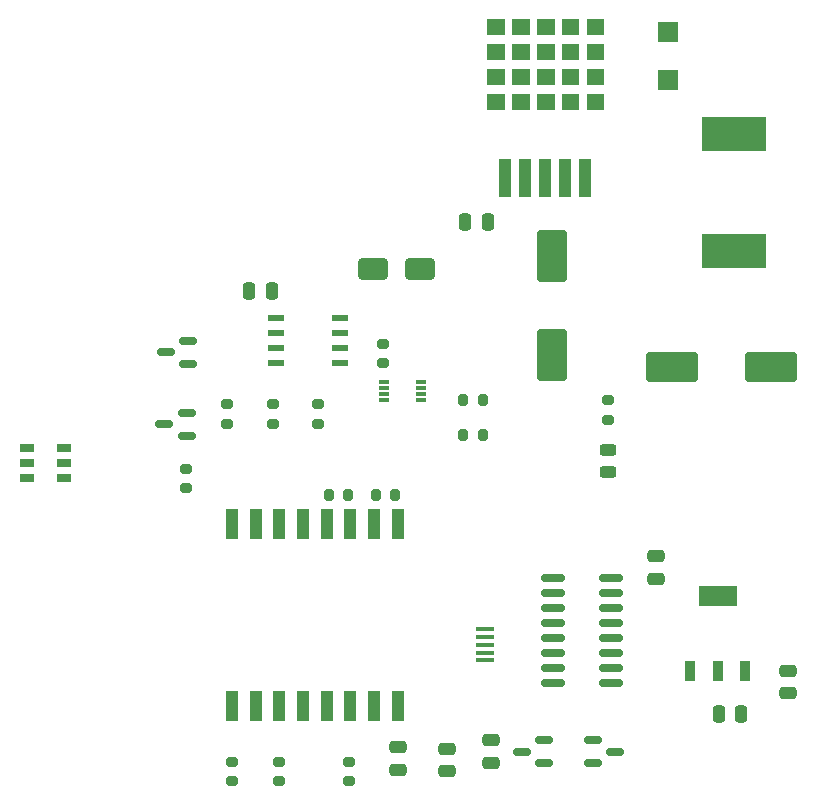
<source format=gbr>
%TF.GenerationSoftware,KiCad,Pcbnew,7.0.9*%
%TF.CreationDate,2023-11-24T07:46:00-06:00*%
%TF.ProjectId,TM13,544d3133-2e6b-4696-9361-645f70636258,rev?*%
%TF.SameCoordinates,Original*%
%TF.FileFunction,Paste,Top*%
%TF.FilePolarity,Positive*%
%FSLAX46Y46*%
G04 Gerber Fmt 4.6, Leading zero omitted, Abs format (unit mm)*
G04 Created by KiCad (PCBNEW 7.0.9) date 2023-11-24 07:46:00*
%MOMM*%
%LPD*%
G01*
G04 APERTURE LIST*
G04 Aperture macros list*
%AMRoundRect*
0 Rectangle with rounded corners*
0 $1 Rounding radius*
0 $2 $3 $4 $5 $6 $7 $8 $9 X,Y pos of 4 corners*
0 Add a 4 corners polygon primitive as box body*
4,1,4,$2,$3,$4,$5,$6,$7,$8,$9,$2,$3,0*
0 Add four circle primitives for the rounded corners*
1,1,$1+$1,$2,$3*
1,1,$1+$1,$4,$5*
1,1,$1+$1,$6,$7*
1,1,$1+$1,$8,$9*
0 Add four rect primitives between the rounded corners*
20,1,$1+$1,$2,$3,$4,$5,0*
20,1,$1+$1,$4,$5,$6,$7,0*
20,1,$1+$1,$6,$7,$8,$9,0*
20,1,$1+$1,$8,$9,$2,$3,0*%
G04 Aperture macros list end*
%ADD10C,0.010000*%
%ADD11RoundRect,0.150000X0.587500X0.150000X-0.587500X0.150000X-0.587500X-0.150000X0.587500X-0.150000X0*%
%ADD12R,0.950000X1.750000*%
%ADD13R,3.250000X1.750000*%
%ADD14RoundRect,0.200000X-0.275000X0.200000X-0.275000X-0.200000X0.275000X-0.200000X0.275000X0.200000X0*%
%ADD15RoundRect,0.200000X0.275000X-0.200000X0.275000X0.200000X-0.275000X0.200000X-0.275000X-0.200000X0*%
%ADD16R,0.850000X0.300000*%
%ADD17RoundRect,0.250000X-0.475000X0.250000X-0.475000X-0.250000X0.475000X-0.250000X0.475000X0.250000X0*%
%ADD18RoundRect,0.250000X-1.000000X1.950000X-1.000000X-1.950000X1.000000X-1.950000X1.000000X1.950000X0*%
%ADD19RoundRect,0.200000X0.200000X0.275000X-0.200000X0.275000X-0.200000X-0.275000X0.200000X-0.275000X0*%
%ADD20R,1.500000X0.450000*%
%ADD21R,1.219200X0.635000*%
%ADD22RoundRect,0.243750X0.456250X-0.243750X0.456250X0.243750X-0.456250X0.243750X-0.456250X-0.243750X0*%
%ADD23RoundRect,0.150000X-0.587500X-0.150000X0.587500X-0.150000X0.587500X0.150000X-0.587500X0.150000X0*%
%ADD24RoundRect,0.250000X0.475000X-0.250000X0.475000X0.250000X-0.475000X0.250000X-0.475000X-0.250000X0*%
%ADD25RoundRect,0.250000X-1.950000X-1.000000X1.950000X-1.000000X1.950000X1.000000X-1.950000X1.000000X0*%
%ADD26RoundRect,0.150000X-0.825000X-0.150000X0.825000X-0.150000X0.825000X0.150000X-0.825000X0.150000X0*%
%ADD27RoundRect,0.250000X-0.250000X-0.475000X0.250000X-0.475000X0.250000X0.475000X-0.250000X0.475000X0*%
%ADD28R,5.400000X2.900000*%
%ADD29R,1.100000X2.600000*%
%ADD30R,1.800000X1.800000*%
%ADD31R,1.460500X0.533400*%
%ADD32R,1.050000X3.210000*%
%ADD33RoundRect,0.250000X1.000000X0.650000X-1.000000X0.650000X-1.000000X-0.650000X1.000000X-0.650000X0*%
%ADD34RoundRect,0.250000X0.250000X0.475000X-0.250000X0.475000X-0.250000X-0.475000X0.250000X-0.475000X0*%
G04 APERTURE END LIST*
%TO.C,IC3*%
D10*
X68890000Y-32910000D02*
X67470000Y-32910000D01*
X67470000Y-31650000D01*
X68890000Y-31650000D01*
X68890000Y-32910000D01*
G36*
X68890000Y-32910000D02*
G01*
X67470000Y-32910000D01*
X67470000Y-31650000D01*
X68890000Y-31650000D01*
X68890000Y-32910000D01*
G37*
X71000000Y-32910000D02*
X69580000Y-32910000D01*
X69580000Y-31650000D01*
X71000000Y-31650000D01*
X71000000Y-32910000D01*
G36*
X71000000Y-32910000D02*
G01*
X69580000Y-32910000D01*
X69580000Y-31650000D01*
X71000000Y-31650000D01*
X71000000Y-32910000D01*
G37*
X73110000Y-32910000D02*
X71690000Y-32910000D01*
X71690000Y-31650000D01*
X73110000Y-31650000D01*
X73110000Y-32910000D01*
G36*
X73110000Y-32910000D02*
G01*
X71690000Y-32910000D01*
X71690000Y-31650000D01*
X73110000Y-31650000D01*
X73110000Y-32910000D01*
G37*
X75220000Y-32910000D02*
X73800000Y-32910000D01*
X73800000Y-31650000D01*
X75220000Y-31650000D01*
X75220000Y-32910000D01*
G36*
X75220000Y-32910000D02*
G01*
X73800000Y-32910000D01*
X73800000Y-31650000D01*
X75220000Y-31650000D01*
X75220000Y-32910000D01*
G37*
X77330000Y-32910000D02*
X75910000Y-32910000D01*
X75910000Y-31650000D01*
X77330000Y-31650000D01*
X77330000Y-32910000D01*
G36*
X77330000Y-32910000D02*
G01*
X75910000Y-32910000D01*
X75910000Y-31650000D01*
X77330000Y-31650000D01*
X77330000Y-32910000D01*
G37*
X68890000Y-30790000D02*
X67470000Y-30790000D01*
X67470000Y-29530000D01*
X68890000Y-29530000D01*
X68890000Y-30790000D01*
G36*
X68890000Y-30790000D02*
G01*
X67470000Y-30790000D01*
X67470000Y-29530000D01*
X68890000Y-29530000D01*
X68890000Y-30790000D01*
G37*
X71000000Y-30790000D02*
X69580000Y-30790000D01*
X69580000Y-29530000D01*
X71000000Y-29530000D01*
X71000000Y-30790000D01*
G36*
X71000000Y-30790000D02*
G01*
X69580000Y-30790000D01*
X69580000Y-29530000D01*
X71000000Y-29530000D01*
X71000000Y-30790000D01*
G37*
X73110000Y-30790000D02*
X71690000Y-30790000D01*
X71690000Y-29530000D01*
X73110000Y-29530000D01*
X73110000Y-30790000D01*
G36*
X73110000Y-30790000D02*
G01*
X71690000Y-30790000D01*
X71690000Y-29530000D01*
X73110000Y-29530000D01*
X73110000Y-30790000D01*
G37*
X75220000Y-30790000D02*
X73800000Y-30790000D01*
X73800000Y-29530000D01*
X75220000Y-29530000D01*
X75220000Y-30790000D01*
G36*
X75220000Y-30790000D02*
G01*
X73800000Y-30790000D01*
X73800000Y-29530000D01*
X75220000Y-29530000D01*
X75220000Y-30790000D01*
G37*
X77330000Y-30790000D02*
X75910000Y-30790000D01*
X75910000Y-29530000D01*
X77330000Y-29530000D01*
X77330000Y-30790000D01*
G36*
X77330000Y-30790000D02*
G01*
X75910000Y-30790000D01*
X75910000Y-29530000D01*
X77330000Y-29530000D01*
X77330000Y-30790000D01*
G37*
X68890000Y-28670000D02*
X67470000Y-28670000D01*
X67470000Y-27410000D01*
X68890000Y-27410000D01*
X68890000Y-28670000D01*
G36*
X68890000Y-28670000D02*
G01*
X67470000Y-28670000D01*
X67470000Y-27410000D01*
X68890000Y-27410000D01*
X68890000Y-28670000D01*
G37*
X71000000Y-28670000D02*
X69580000Y-28670000D01*
X69580000Y-27410000D01*
X71000000Y-27410000D01*
X71000000Y-28670000D01*
G36*
X71000000Y-28670000D02*
G01*
X69580000Y-28670000D01*
X69580000Y-27410000D01*
X71000000Y-27410000D01*
X71000000Y-28670000D01*
G37*
X73110000Y-28670000D02*
X71690000Y-28670000D01*
X71690000Y-27410000D01*
X73110000Y-27410000D01*
X73110000Y-28670000D01*
G36*
X73110000Y-28670000D02*
G01*
X71690000Y-28670000D01*
X71690000Y-27410000D01*
X73110000Y-27410000D01*
X73110000Y-28670000D01*
G37*
X75220000Y-28670000D02*
X73800000Y-28670000D01*
X73800000Y-27410000D01*
X75220000Y-27410000D01*
X75220000Y-28670000D01*
G36*
X75220000Y-28670000D02*
G01*
X73800000Y-28670000D01*
X73800000Y-27410000D01*
X75220000Y-27410000D01*
X75220000Y-28670000D01*
G37*
X77330000Y-28670000D02*
X75910000Y-28670000D01*
X75910000Y-27410000D01*
X77330000Y-27410000D01*
X77330000Y-28670000D01*
G36*
X77330000Y-28670000D02*
G01*
X75910000Y-28670000D01*
X75910000Y-27410000D01*
X77330000Y-27410000D01*
X77330000Y-28670000D01*
G37*
X68890000Y-26550000D02*
X67470000Y-26550000D01*
X67470000Y-25290000D01*
X68890000Y-25290000D01*
X68890000Y-26550000D01*
G36*
X68890000Y-26550000D02*
G01*
X67470000Y-26550000D01*
X67470000Y-25290000D01*
X68890000Y-25290000D01*
X68890000Y-26550000D01*
G37*
X71000000Y-26550000D02*
X69580000Y-26550000D01*
X69580000Y-25290000D01*
X71000000Y-25290000D01*
X71000000Y-26550000D01*
G36*
X71000000Y-26550000D02*
G01*
X69580000Y-26550000D01*
X69580000Y-25290000D01*
X71000000Y-25290000D01*
X71000000Y-26550000D01*
G37*
X73110000Y-26550000D02*
X71690000Y-26550000D01*
X71690000Y-25290000D01*
X73110000Y-25290000D01*
X73110000Y-26550000D01*
G36*
X73110000Y-26550000D02*
G01*
X71690000Y-26550000D01*
X71690000Y-25290000D01*
X73110000Y-25290000D01*
X73110000Y-26550000D01*
G37*
X75220000Y-26550000D02*
X73800000Y-26550000D01*
X73800000Y-25290000D01*
X75220000Y-25290000D01*
X75220000Y-26550000D01*
G36*
X75220000Y-26550000D02*
G01*
X73800000Y-26550000D01*
X73800000Y-25290000D01*
X75220000Y-25290000D01*
X75220000Y-26550000D01*
G37*
X77330000Y-26550000D02*
X75910000Y-26550000D01*
X75910000Y-25290000D01*
X77330000Y-25290000D01*
X77330000Y-26550000D01*
G36*
X77330000Y-26550000D02*
G01*
X75910000Y-26550000D01*
X75910000Y-25290000D01*
X77330000Y-25290000D01*
X77330000Y-26550000D01*
G37*
%TD*%
D11*
%TO.C,Q3*%
X42037500Y-60550000D03*
X42037500Y-58650000D03*
X40162500Y-59600000D03*
%TD*%
D12*
%TO.C,IC2*%
X84700000Y-80450000D03*
X87000000Y-80450000D03*
X89300000Y-80450000D03*
D13*
X87000000Y-74150000D03*
%TD*%
D14*
%TO.C,R13*%
X77700000Y-57575000D03*
X77700000Y-59225000D03*
%TD*%
D15*
%TO.C,R11*%
X42000000Y-65025000D03*
X42000000Y-63375000D03*
%TD*%
D16*
%TO.C,IC1*%
X61875000Y-57550000D03*
X61875000Y-57050000D03*
X61875000Y-56550000D03*
X61875000Y-56050000D03*
X58725000Y-56050000D03*
X58725000Y-56550000D03*
X58725000Y-57050000D03*
X58725000Y-57550000D03*
%TD*%
D15*
%TO.C,R8*%
X53200000Y-59525000D03*
X53200000Y-57875000D03*
%TD*%
D17*
%TO.C,C1*%
X64100000Y-87050000D03*
X64100000Y-88950000D03*
%TD*%
D18*
%TO.C,C9*%
X73000000Y-45300000D03*
X73000000Y-53700000D03*
%TD*%
D15*
%TO.C,R12*%
X45500000Y-59525000D03*
X45500000Y-57875000D03*
%TD*%
D19*
%TO.C,R4*%
X67125000Y-57500000D03*
X65475000Y-57500000D03*
%TD*%
D20*
%TO.C,J5*%
X67310000Y-76962000D03*
X67310000Y-77612000D03*
X67310000Y-78262000D03*
X67310000Y-78912000D03*
X67310000Y-79562000D03*
%TD*%
D11*
%TO.C,Q4*%
X42137500Y-54450000D03*
X42137500Y-52550000D03*
X40262500Y-53500000D03*
%TD*%
D21*
%TO.C,U4*%
X28499800Y-61630000D03*
X28499800Y-62900000D03*
X28499800Y-64170000D03*
X31700200Y-64170000D03*
X31700200Y-62900000D03*
X31700200Y-61630000D03*
%TD*%
D22*
%TO.C,D4*%
X77700000Y-63637500D03*
X77700000Y-61762500D03*
%TD*%
D19*
%TO.C,R3*%
X67125000Y-60500000D03*
X65475000Y-60500000D03*
%TD*%
D14*
%TO.C,R10*%
X58700000Y-52775000D03*
X58700000Y-54425000D03*
%TD*%
D23*
%TO.C,Q2*%
X76462500Y-86350000D03*
X76462500Y-88250000D03*
X78337500Y-87300000D03*
%TD*%
D24*
%TO.C,C3*%
X81800000Y-72650000D03*
X81800000Y-70750000D03*
%TD*%
D25*
%TO.C,C10*%
X83100000Y-54700000D03*
X91500000Y-54700000D03*
%TD*%
D26*
%TO.C,U2*%
X73050000Y-72610000D03*
X73050000Y-73880000D03*
X73050000Y-75150000D03*
X73050000Y-76420000D03*
X73050000Y-77690000D03*
X73050000Y-78960000D03*
X73050000Y-80230000D03*
X73050000Y-81500000D03*
X78000000Y-81500000D03*
X78000000Y-80230000D03*
X78000000Y-78960000D03*
X78000000Y-77690000D03*
X78000000Y-76420000D03*
X78000000Y-75150000D03*
X78000000Y-73880000D03*
X78000000Y-72610000D03*
%TD*%
D15*
%TO.C,R7*%
X55800000Y-89800000D03*
X55800000Y-88150000D03*
%TD*%
D27*
%TO.C,C6*%
X87100000Y-84100000D03*
X89000000Y-84100000D03*
%TD*%
D19*
%TO.C,R6*%
X59725000Y-65600000D03*
X58075000Y-65600000D03*
%TD*%
D17*
%TO.C,C7*%
X93000000Y-80450000D03*
X93000000Y-82350000D03*
%TD*%
D28*
%TO.C,L1*%
X88400000Y-35050000D03*
X88400000Y-44950000D03*
%TD*%
D17*
%TO.C,C2*%
X59900000Y-86950000D03*
X59900000Y-88850000D03*
%TD*%
D29*
%TO.C,U1*%
X45900000Y-83400000D03*
X47900000Y-83400000D03*
X49900000Y-83400000D03*
X51900000Y-83400000D03*
X53900000Y-83400000D03*
X55900000Y-83400000D03*
X57900000Y-83400000D03*
X59900000Y-83400000D03*
X59900000Y-68000000D03*
X57900000Y-68000000D03*
X55900000Y-68000000D03*
X53900000Y-68000000D03*
X51900000Y-68000000D03*
X49900000Y-68000000D03*
X47900000Y-68000000D03*
X45900000Y-68000000D03*
%TD*%
D30*
%TO.C,D3*%
X82800000Y-30400000D03*
X82800000Y-26400000D03*
%TD*%
D27*
%TO.C,C4*%
X47350000Y-48300000D03*
X49250000Y-48300000D03*
%TD*%
D31*
%TO.C,U3*%
X49575850Y-50595000D03*
X49575850Y-51865000D03*
X49575850Y-53135000D03*
X49575850Y-54405000D03*
X55024150Y-54405000D03*
X55024150Y-53135000D03*
X55024150Y-51865000D03*
X55024150Y-50595000D03*
%TD*%
D11*
%TO.C,Q1*%
X72337500Y-88250000D03*
X72337500Y-86350000D03*
X70462500Y-87300000D03*
%TD*%
D19*
%TO.C,R5*%
X55725000Y-65600000D03*
X54075000Y-65600000D03*
%TD*%
D15*
%TO.C,R9*%
X49350000Y-59525000D03*
X49350000Y-57875000D03*
%TD*%
D32*
%TO.C,IC3*%
X69000000Y-38730000D03*
X70700000Y-38730000D03*
X72400000Y-38730000D03*
X74100000Y-38730000D03*
X75800000Y-38730000D03*
%TD*%
D14*
%TO.C,R1*%
X45900000Y-88150000D03*
X45900000Y-89800000D03*
%TD*%
%TO.C,R2*%
X49900000Y-88150000D03*
X49900000Y-89800000D03*
%TD*%
D33*
%TO.C,D2*%
X61800000Y-46400000D03*
X57800000Y-46400000D03*
%TD*%
D34*
%TO.C,C8*%
X67550000Y-42500000D03*
X65650000Y-42500000D03*
%TD*%
D24*
%TO.C,C5*%
X67800000Y-88250000D03*
X67800000Y-86350000D03*
%TD*%
M02*

</source>
